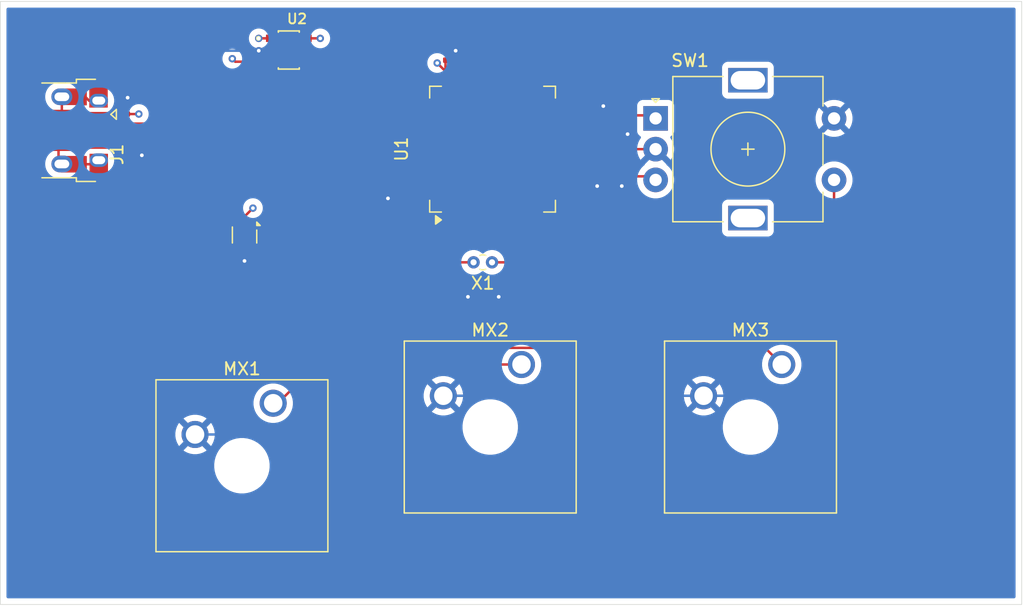
<source format=kicad_pcb>
(kicad_pcb (version 20241229) (generator "pcbnew") (generator_version "9.0")
  (layers (0 "F.Cu" signal) (4 "In1.Cu" signal) (6 "In2.Cu" signal) (2 "B.Cu" signal) (13 "F.Paste" user) (15 "B.Paste" user) (5 "F.SilkS" user "F.Silkscreen") (7 "B.SilkS" user "B.Silkscreen") (1 "F.Mask" user) (3 "B.Mask" user) (25 "Edge.Cuts" user))
  (net 0 "")
  (net 1 "VDD")
  (net 2 "GND")
  (net 3 "Net-(C2-Pad2)")
  (net 4 "Net-(C4-Pad2)")
  (net 5 "Net-(U1-PH0)")
  (net 6 "Net-(U1-PH1)")
  (net 7 "Net-(U1-PB0)")
  (net 8 "Net-(U1-PA4)")
  (net 9 "unconnected-(J1-Shield-Pad6)")
  (net 11 "Net-(MX1-COL)")
  (net 12 "Net-(MX2-COL)")
  (net 13 "Net-(MX3-COL)")
  (net 14 "Net-(U1-PC10)")
  (net 15 "Net-(U1-PC11)")
  (net 31 "Net-(U1-VSS-Pad18)")
  (net 65 "Net-(U1-PA3)")
  (net 66 "Net-(C5-Pad2)")
  (net 67 "/D+")
  (net 68 "/D-")
  (footprint "Capacitor_SMD:C_0201_0603Metric" (layer "F.Cu") (at 110.346051 64.827786 -90)
    (property "Reference" "C1" (hide yes))
    (property "Value" "C" (hide yes))
    (pad "1" smd roundrect (at -0.32 0 270) (size 0.46 0.4) (layers "F.Cu" "F.Mask") (net 2 "GND"))
    (pad "2" smd roundrect (at 0.32 0 270) (size 0.46 0.4) (layers "F.Cu" "F.Mask") (net 1 "VDD"))
  )
  (footprint "Capacitor_SMD:C_0201_0603Metric" (layer "F.Cu") (at 132.497 71.75)
    (property "Reference" "C2" (hide yes))
    (property "Value" "0.1 µF (each)" (hide yes))
    (pad "1" smd roundrect (at -0.32 0) (size 0.46 0.4) (layers "F.Cu" "F.Mask") (net 2 "GND"))
    (pad "2" smd roundrect (at 0.32 0) (size 0.46 0.4) (layers "F.Cu" "F.Mask") (net 3 "Net-(C2-Pad2)"))
  )
  (footprint "Package_TO_SOT_SMD:SOT-666" (layer "F.Cu") (at 119.8475 74.975 -90)
    (property "Reference" "U3" (hide yes))
    (property "Value" "USBLC6-2P6" (hide yes))
    (fp_line (start 0.65 0.99) (end -0.65 0.99) (stroke (width 0.12)) (layer "F.SilkS"))
    (fp_line (start 0.65 -0.99) (end -0.4 -0.99) (stroke (width 0.12)) (layer "F.SilkS"))
    (fp_poly (pts (xy -0.77 -0.99) (xy -1.05 -0.99) (xy -0.77 -1.27) (xy -0.77 -0.99)) (stroke (width 0.12)) (fill yes) (layer "F.SilkS"))
    (pad "1" smd roundrect (at -0.85 -0.5375 270) (size 0.5 0.375) (layers "F.Cu" "F.Mask" "F.Paste") (net 15 "Net-(U1-PC11)"))
    (pad "2" smd roundrect (at -0.925 0 270) (size 0.65 0.3) (layers "F.Cu" "F.Mask" "F.Paste") (net 1 "VDD"))
    (pad "3" smd roundrect (at -0.85 0.5375 270) (size 0.5 0.375) (layers "F.Cu" "F.Mask" "F.Paste") (net 15 "Net-(U1-PC11)"))
    (pad "4" smd roundrect (at 0.85 0.5375 270) (size 0.5 0.375) (layers "F.Cu" "F.Mask" "F.Paste") (net 14 "Net-(U1-PC10)"))
    (pad "5" smd roundrect (at 0.925 0 270) (size 0.65 0.3) (layers "F.Cu" "F.Mask" "F.Paste") (net 2 "GND"))
    (pad "6" smd roundrect (at 0.85 -0.5375 270) (size 0.5 0.375) (layers "F.Cu" "F.Mask" "F.Paste") (net 14 "Net-(U1-PC10)"))
  )
  (footprint "Capacitor_SMD:C_0201_0603Metric" (layer "F.Cu") (at 147.5 71 180)
    (property "Reference" "C5" (hide yes))
    (property "Value" "~" (hide yes))
    (pad "1" smd roundrect (at -0.32 0 180) (size 0.46 0.4) (layers "F.Cu" "F.Mask") (net 2 "GND"))
    (pad "2" smd roundrect (at 0.32 0 180) (size 0.46 0.4) (layers "F.Cu" "F.Mask") (net 66 "Net-(C5-Pad2)"))
  )
  (footprint "Capacitor_SMD:C_0201_0603Metric" (layer "F.Cu") (at 151.098 70.528 -90)
    (property "Reference" "C9" (hide yes))
    (property "Value" "C" (hide yes))
    (pad "1" smd roundrect (at -0.32 0 270) (size 0.46 0.4) (layers "F.Cu" "F.Mask") (net 8 "Net-(U1-PA4)"))
    (pad "2" smd roundrect (at 0.32 0 270) (size 0.46 0.4) (layers "F.Cu" "F.Mask") (net 2 "GND"))
  )
  (footprint "Capacitor_SMD:C_0201_0603Metric" (layer "F.Cu") (at 147.447 64.262 180)
    (property "Reference" "C4" (hide yes))
    (property "Value" "~" (hide yes))
    (pad "1" smd roundrect (at -0.32 0 180) (size 0.46 0.4) (layers "F.Cu" "F.Mask") (net 2 "GND"))
    (pad "2" smd roundrect (at 0.32 0 180) (size 0.46 0.4) (layers "F.Cu" "F.Mask") (net 4 "Net-(C4-Pad2)"))
  )
  (footprint "Capacitor_SMD:C_0201_0603Metric" (layer "F.Cu") (at 150.971 65.575 90)
    (property "Reference" "C8" (hide yes))
    (property "Value" "0.1 µF" (hide yes))
    (pad "1" smd roundrect (at -0.32 0 90) (size 0.46 0.4) (layers "F.Cu" "F.Mask") (net 2 "GND"))
    (pad "2" smd roundrect (at 0.32 0 90) (size 0.46 0.4) (layers "F.Cu" "F.Mask") (net 7 "Net-(U1-PB0)"))
  )
  (footprint "RotaryEncoder:RotaryEncoder_Alps_EC11E-Switch_Vertical_H20mm" (layer "F.Cu") (at 153.25 65.5)
    (property "Reference" "SW1" (at 2.8 -4.7 0) (layer "F.SilkS"))
    (property "Value" "RotaryEncoder_Switch")
    (fp_line (start -0.3 -1.6) (end 0.3 -1.6) (stroke (width 0.12)) (layer "F.SilkS"))
    (fp_line (start 0 -1.3) (end -0.3 -1.6) (stroke (width 0.12)) (layer "F.SilkS"))
    (fp_line (start 0.3 -1.6) (end 0 -1.3) (stroke (width 0.12)) (layer "F.SilkS"))
    (fp_line (start 1.4 -3.4) (end 1.4 8.4) (stroke (width 0.12)) (layer "F.SilkS"))
    (fp_line (start 5.5 -3.4) (end 1.4 -3.4) (stroke (width 0.12)) (layer "F.SilkS"))
    (fp_line (start 5.5 8.4) (end 1.4 8.4) (stroke (width 0.12)) (layer "F.SilkS"))
    (fp_line (start 7 2.5) (end 8 2.5) (stroke (width 0.12)) (layer "F.SilkS"))
    (fp_line (start 7.5 2) (end 7.5 3) (stroke (width 0.12)) (layer "F.SilkS"))
    (fp_line (start 9.5 -3.4) (end 13.6 -3.4) (stroke (width 0.12)) (layer "F.SilkS"))
    (fp_line (start 13.6 -3.4) (end 13.6 -1) (stroke (width 0.12)) (layer "F.SilkS"))
    (fp_line (start 13.6 1.2) (end 13.6 3.8) (stroke (width 0.12)) (layer "F.SilkS"))
    (fp_line (start 13.6 6) (end 13.6 8.4) (stroke (width 0.12)) (layer "F.SilkS"))
    (fp_line (start 13.6 8.4) (end 9.5 8.4) (stroke (width 0.12)) (layer "F.SilkS"))
    (fp_circle (center 7.5 2.5) (end 10.5 2.5) (stroke (width 0.12)) (fill no) (layer "F.SilkS"))
    (pad "A" thru_hole rect (at 0 0) (size 2 2) (drill 1) (layers "*.Cu" "*.Mask") (net 7 "Net-(U1-PB0)"))
    (pad "B" thru_hole circle (at 0 5) (size 2 2) (drill 1) (layers "*.Cu" "*.Mask") (net 8 "Net-(U1-PA4)"))
    (pad "C" thru_hole circle (at 0 2.5) (size 2 2) (drill 1) (layers "*.Cu" "*.Mask") (net 2 "GND"))
    (pad "MP" thru_hole rect (at 7.5 -3.1) (size 3.2 2) (drill oval 2.8 1.5) (layers "*.Cu" "*.Mask"))
    (pad "MP" thru_hole rect (at 7.5 8.1) (size 3.2 2) (drill oval 2.8 1.5) (layers "*.Cu" "*.Mask"))
    (pad "S1" thru_hole circle (at 14.5 5) (size 2 2) (drill 1) (layers "*.Cu" "*.Mask") (net 65 "Net-(U1-PA3)"))
    (pad "S2" thru_hole circle (at 14.5 0) (size 2 2) (drill 1) (layers "*.Cu" "*.Mask") (net 2 "GND"))
  )
  (footprint "Capacitor_SMD:C_0201_0603Metric" (layer "F.Cu") (at 141.52 80.25)
    (property "Reference" "C7" (hide yes))
    (property "Value" "20 pF" (hide yes))
    (pad "1" smd roundrect (at -0.32 0) (size 0.46 0.4) (layers "F.Cu" "F.Mask") (net 2 "GND"))
    (pad "2" smd roundrect (at 0.32 0) (size 0.46 0.4) (layers "F.Cu" "F.Mask") (net 6 "Net-(U1-PH1)"))
  )
  (footprint "Resistor_SMD:R_0201_0603Metric" (layer "F.Cu") (at 115.329432 66.642254)
    (property "Reference" "R1" (hide yes))
    (property "Value" "220 Ω" (hide yes))
    (pad "1" smd roundrect (at -0.32 0) (size 0.46 0.4) (layers "F.Cu" "F.Mask") (net 67 "/D+"))
    (pad "2" smd roundrect (at 0.32 0) (size 0.46 0.4) (layers "F.Cu" "F.Mask") (net 15 "Net-(U1-PC11)"))
  )
  (footprint "Button_Switch_Keyboard:SW_Cherry_MX_1.75u_Plate" (layer "F.Cu") (at 142.35 85.5)
    (property "Reference" "MX2" (at -2.54 -2.794 0) (layer "F.SilkS"))
    (property "Value" "MX-NoLED")
    (fp_line (start -9.525 -1.905) (end 4.445 -1.905) (stroke (width 0.12)) (layer "F.SilkS"))
    (fp_line (start -9.525 12.065) (end -9.525 -1.905) (stroke (width 0.12)) (layer "F.SilkS"))
    (fp_line (start 4.445 -1.905) (end 4.445 12.065) (stroke (width 0.12)) (layer "F.SilkS"))
    (fp_line (start 4.445 12.065) (end -9.525 12.065) (stroke (width 0.12)) (layer "F.SilkS"))
    (pad "" np_thru_hole circle (at -2.54 5.08) (size 4 4) (drill 4) (layers "*.Cu" "*.Mask"))
    (pad "1" thru_hole circle (at 0 0) (size 2.2 2.2) (drill 1.5) (layers "*.Cu" "*.Mask") (net 12 "Net-(MX2-COL)"))
    (pad "2" thru_hole circle (at -6.35 2.54) (size 2.2 2.2) (drill 1.5) (layers "*.Cu" "*.Mask") (net 2 "GND"))
  )
  (footprint "Button_Switch_Keyboard:SW_Cherry_MX_1.75u_Plate" (layer "F.Cu") (at 122.174 88.646)
    (property "Reference" "MX1" (at -2.54 -2.794 0) (layer "F.SilkS"))
    (property "Value" "MX-NoLED")
    (fp_line (start -9.525 -1.905) (end 4.445 -1.905) (stroke (width 0.12)) (layer "F.SilkS"))
    (fp_line (start -9.525 12.065) (end -9.525 -1.905) (stroke (width 0.12)) (layer "F.SilkS"))
    (fp_line (start 4.445 -1.905) (end 4.445 12.065) (stroke (width 0.12)) (layer "F.SilkS"))
    (fp_line (start 4.445 12.065) (end -9.525 12.065) (stroke (width 0.12)) (layer "F.SilkS"))
    (pad "" np_thru_hole circle (at -2.54 5.08) (size 4 4) (drill 4) (layers "*.Cu" "*.Mask"))
    (pad "1" thru_hole circle (at 0 0) (size 2.2 2.2) (drill 1.5) (layers "*.Cu" "*.Mask") (net 11 "Net-(MX1-COL)"))
    (pad "2" thru_hole circle (at -6.35 2.54) (size 2.2 2.2) (drill 1.5) (layers "*.Cu" "*.Mask") (net 2 "GND"))
  )
  (footprint "Connector_USB:USB_Micro-B_Amphenol_10103594-0001LF_Horizontal" (layer "F.Cu") (at 106.115 66.5 -90)
    (property "Reference" "J1" (at 1.925 -3.365 90) (layer "F.SilkS"))
    (property "Value" "USB_B_Micro")
    (fp_line (start -3.875 2.735) (end -3.875 -0.065) (stroke (width 0.12)) (layer "F.SilkS"))
    (fp_line (start 3.825 2.735) (end 3.825 -0.065) (stroke (width 0.12)) (layer "F.SilkS"))
    (fp_line (start -4.175 -0.065) (end -3.875 -0.065) (stroke (width 0.12)) (layer "F.SilkS"))
    (fp_line (start -4.175 -0.065) (end -4.175 -1.615) (stroke (width 0.12)) (layer "F.SilkS"))
    (fp_line (start 3.825 -0.065) (end 4.125 -0.065) (stroke (width 0.12)) (layer "F.SilkS"))
    (fp_line (start 4.125 -0.065) (end 4.125 -1.615) (stroke (width 0.12)) (layer "F.SilkS"))
    (fp_line (start -1.325 -2.865) (end -1.725 -3.315) (stroke (width 0.12)) (layer "F.SilkS"))
    (fp_line (start -1.725 -3.315) (end -0.925 -3.315) (stroke (width 0.12)) (layer "F.SilkS"))
    (fp_line (start -0.925 -3.315) (end -1.325 -2.865) (stroke (width 0.12)) (layer "F.SilkS"))
    (pad "1" smd rect (at -1.325 -1.765) (size 1.65 0.4) (layers "F.Cu" "F.Mask" "F.Paste") (net 1 "VDD"))
    (pad "2" smd rect (at -0.675 -1.765) (size 1.65 0.4) (layers "F.Cu" "F.Mask" "F.Paste") (net 68 "/D-"))
    (pad "3" smd rect (at -0.025 -1.765) (size 1.65 0.4) (layers "F.Cu" "F.Mask" "F.Paste") (net 67 "/D+"))
    (pad "4" smd rect (at 0.625 -1.765) (size 1.65 0.4) (layers "F.Cu" "F.Mask" "F.Paste"))
    (pad "5" smd rect (at 1.275 -1.765) (size 1.65 0.4) (layers "F.Cu" "F.Mask" "F.Paste") (net 2 "GND"))
    (pad "6" smd rect (at -2.975 -0.565 270) (size 1.825 0.7) (layers "F.Cu" "F.Mask" "F.Paste") (net 9 "unconnected-(J1-Shield-Pad6)"))
    (pad "6" smd rect (at -2.875 -1.865 270) (size 2 1.5) (layers "F.Cu" "F.Mask" "F.Paste") (net 9 "unconnected-(J1-Shield-Pad6)"))
    (pad "6" smd rect (at -2.755 0.185 270) (size 1.35 2) (layers "F.Cu" "F.Mask" "F.Paste") (net 9 "unconnected-(J1-Shield-Pad6)"))
    (pad "6" thru_hole oval (at -2.755 1.115) (size 1.7 1.35) (drill oval 1.2 0.7) (property pad_prop_heatsink) (layers "*.Cu" "*.Mask") (net 9 "unconnected-(J1-Shield-Pad6)"))
    (pad "6" thru_hole oval (at -2.445 -1.885) (size 1.5 1.1) (drill oval 1.05 0.65) (property pad_prop_heatsink) (layers "*.Cu" "*.Mask") (net 9 "unconnected-(J1-Shield-Pad6)"))
    (pad "6" smd rect (at -0.985 1.385) (size 2.5 1.43) (layers "F.Cu" "F.Mask" "F.Paste") (net 9 "unconnected-(J1-Shield-Pad6)"))
    (pad "6" smd rect (at 0.935 1.385) (size 2.5 1.43) (layers "F.Cu" "F.Mask" "F.Paste") (net 9 "unconnected-(J1-Shield-Pad6)"))
    (pad "6" thru_hole oval (at 2.395 -1.885) (size 1.5 1.1) (drill oval 1.05 0.65) (property pad_prop_heatsink) (layers "*.Cu" "*.Mask") (net 9 "unconnected-(J1-Shield-Pad6)"))
    (pad "6" thru_hole oval (at 2.705 1.115) (size 1.7 1.35) (drill oval 1.2 0.7) (property pad_prop_heatsink) (layers "*.Cu" "*.Mask") (net 9 "unconnected-(J1-Shield-Pad6)"))
    (pad "6" smd rect (at 2.725 0.185 270) (size 1.35 2) (layers "F.Cu" "F.Mask" "F.Paste") (net 9 "unconnected-(J1-Shield-Pad6)"))
    (pad "6" smd rect (at 2.875 -1.885 270) (size 2 1.5) (layers "F.Cu" "F.Mask" "F.Paste") (net 9 "unconnected-(J1-Shield-Pad6)"))
    (pad "6" smd rect (at 2.975 -0.565 270) (size 1.825 0.7) (layers "F.Cu" "F.Mask" "F.Paste") (net 9 "unconnected-(J1-Shield-Pad6)"))
  )
  (footprint "Button_Switch_Keyboard:SW_Cherry_MX_1.75u_Plate" (layer "F.Cu") (at 163.5 85.5)
    (property "Reference" "MX3" (at -2.54 -2.794 0) (layer "F.SilkS"))
    (property "Value" "MX-NoLED")
    (fp_line (start -9.525 -1.905) (end 4.445 -1.905) (stroke (width 0.12)) (layer "F.SilkS"))
    (fp_line (start -9.525 12.065) (end -9.525 -1.905) (stroke (width 0.12)) (layer "F.SilkS"))
    (fp_line (start 4.445 -1.905) (end 4.445 12.065) (stroke (width 0.12)) (layer "F.SilkS"))
    (fp_line (start 4.445 12.065) (end -9.525 12.065) (stroke (width 0.12)) (layer "F.SilkS"))
    (pad "" np_thru_hole circle (at -2.54 5.08) (size 4 4) (drill 4) (layers "*.Cu" "*.Mask"))
    (pad "1" thru_hole circle (at 0 0) (size 2.2 2.2) (drill 1.5) (layers "*.Cu" "*.Mask") (net 13 "Net-(MX3-COL)"))
    (pad "2" thru_hole circle (at -6.35 2.54) (size 2.2 2.2) (drill 1.5) (layers "*.Cu" "*.Mask") (net 2 "GND"))
  )
  (footprint "AP2112K-3.3TRG1:SOT95P285X140-5N" (layer "F.Cu") (at 123.444 59.944)
    (property "Reference" "U2" (at 0.66442 -2.53029 0) (layer "F.SilkS") (effects (font (size 0.80263 0.80263))))
    (property "Value" "AP2112K-3.3TRG1")
    (fp_line (start -0.85 -1.55) (end -0.85 -1.45) (stroke (width 0.127)) (layer "F.SilkS"))
    (fp_line (start -0.85 1.55) (end -0.85 1.45) (stroke (width 0.127)) (layer "F.SilkS"))
    (fp_line (start 0.85 -1.55) (end -0.85 -1.55) (stroke (width 0.127)) (layer "F.SilkS"))
    (fp_line (start 0.85 -1.55) (end 0.85 -1.45) (stroke (width 0.127)) (layer "F.SilkS"))
    (fp_line (start 0.85 1.55) (end -0.85 1.55) (stroke (width 0.127)) (layer "F.SilkS"))
    (fp_line (start 0.85 1.55) (end 0.85 1.45) (stroke (width 0.127)) (layer "F.SilkS"))
    (fp_circle (center -2.469 -0.95) (end -2.369 -0.95) (stroke (width 0.2)) (fill no) (layer "F.SilkS"))
    (pad "1" smd roundrect (at -1.185 -0.95) (size 1.35 0.6) (layers "F.Cu" "F.Mask" "F.Paste") (roundrect_rratio 0.075) (net 1 "VDD"))
    (pad "2" smd roundrect (at -1.185 0) (size 1.35 0.6) (layers "F.Cu" "F.Mask" "F.Paste") (roundrect_rratio 0.075) (net 2 "GND"))
    (pad "3" smd roundrect (at -1.185 0.95) (size 1.35 0.6) (layers "F.Cu" "F.Mask" "F.Paste") (roundrect_rratio 0.075) (net 1 "VDD"))
    (pad "4" smd roundrect (at 1.185 0.95) (size 1.35 0.6) (layers "F.Cu" "F.Mask" "F.Paste") (roundrect_rratio 0.075))
    (pad "5" smd roundrect (at 1.185 -0.95) (size 1.35 0.6) (layers "F.Cu" "F.Mask" "F.Paste") (roundrect_rratio 0.075) (net 1 "VDD"))
  )
  (footprint "Capacitor_SMD:C_0201_0603Metric" (layer "F.Cu") (at 136.175 60.452 -90)
    (property "Reference" "C3" (hide yes))
    (property "Value" "~" (hide yes))
    (pad "1" smd roundrect (at -0.32 0 270) (size 0.46 0.4) (layers "F.Cu" "F.Mask") (net 2 "GND"))
    (pad "2" smd roundrect (at 0.32 0 270) (size 0.46 0.4) (layers "F.Cu" "F.Mask") (net 1 "VDD"))
  )
  (footprint "Resistor_SMD:R_0201_0603Metric" (layer "F.Cu") (at 115.340974 65.615587)
    (property "Reference" "R2" (hide yes))
    (property "Value" "220 Ω" (hide yes))
    (pad "1" smd roundrect (at -0.32 0) (size 0.46 0.4) (layers "F.Cu" "F.Mask") (net 68 "/D-"))
    (pad "2" smd roundrect (at 0.32 0) (size 0.46 0.4) (layers "F.Cu" "F.Mask") (net 14 "Net-(U1-PC10)"))
  )
  (footprint "Crystal:Crystal_DS10_D1.0mm_L4.3mm_Vertical" (layer "F.Cu") (at 139.955653 77.196772 180)
    (property "Reference" "X1" (at 0.75 -1.7 180) (layer "F.SilkS"))
    (property "Value" "8 MHz")
    (fp_arc (start 0.988 0.562) (mid 0.75 0.61) (end 0.512 0.562) (stroke (width 0.12)) (layer "F.SilkS"))
    (fp_arc (start 0.512 -0.562) (mid 0.75 -0.61) (end 0.988 -0.562) (stroke (width 0.12)) (layer "F.SilkS"))
    (pad "1" thru_hole circle (at 0 0 180) (size 1 1) (drill 0.5) (layers "*.Cu" "*.Mask") (net 6 "Net-(U1-PH1)"))
    (pad "2" thru_hole circle (at 1.5 0 180) (size 1 1) (drill 0.5) (layers "*.Cu" "*.Mask") (net 5 "Net-(U1-PH0)"))
  )
  (footprint "Package_QFP:LQFP-64_10x10mm_P0.5mm" (layer "F.Cu") (at 140 68 90)
    (property "Reference" "U1" (at 0 -7.4 90) (layer "F.SilkS"))
    (property "Value" "STM32F205RBTx")
    (fp_line (start 5.11 -5.11) (end 5.11 -4.16) (stroke (width 0.12)) (layer "F.SilkS"))
    (fp_line (start 4.16 -5.11) (end 5.11 -5.11) (stroke (width 0.12)) (layer "F.SilkS"))
    (fp_line (start -5.11 -5.11) (end -4.16 -5.11) (stroke (width 0.12)) (layer "F.SilkS"))
    (fp_line (start -5.11 -4.16) (end -5.11 -5.11) (stroke (width 0.12)) (layer "F.SilkS"))
    (fp_line (start 5.11 4.16) (end 5.11 5.11) (stroke (width 0.12)) (layer "F.SilkS"))
    (fp_line (start 5.11 5.11) (end 4.16 5.11) (stroke (width 0.12)) (layer "F.SilkS"))
    (fp_line (start -4.16 5.11) (end -5.11 5.11) (stroke (width 0.12)) (layer "F.SilkS"))
    (fp_line (start -5.11 5.11) (end -5.11 4.16) (stroke (width 0.12)) (layer "F.SilkS"))
    (fp_poly (pts (xy -5.75 -4.16) (xy -6.09 -4.63) (xy -5.41 -4.63)) (stroke (width 0.12)) (fill yes) (layer "F.SilkS"))
    (pad "1" smd roundrect (at -5.675 -3.75 90) (size 1.55 0.3) (layers "F.Cu" "F.Mask" "F.Paste"))
    (pad "2" smd roundrect (at -5.675 -3.25 90) (size 1.55 0.3) (layers "F.Cu" "F.Mask" "F.Paste") (net 11 "Net-(MX1-COL)"))
    (pad "3" smd roundrect (at -5.675 -2.75 90) (size 1.55 0.3) (layers "F.Cu" "F.Mask" "F.Paste") (net 12 "Net-(MX2-COL)"))
    (pad "4" smd roundrect (at -5.675 -2.25 90) (size 1.55 0.3) (layers "F.Cu" "F.Mask" "F.Paste") (net 13 "Net-(MX3-COL)"))
    (pad "5" smd roundrect (at -5.675 -1.75 90) (size 1.55 0.3) (layers "F.Cu" "F.Mask" "F.Paste") (net 5 "Net-(U1-PH0)"))
    (pad "6" smd roundrect (at -5.675 -1.25 90) (size 1.55 0.3) (layers "F.Cu" "F.Mask" "F.Paste") (net 6 "Net-(U1-PH1)"))
    (pad "7" smd roundrect (at -5.675 -0.75 90) (size 1.55 0.3) (layers "F.Cu" "F.Mask" "F.Paste"))
    (pad "8" smd roundrect (at -5.675 -0.25 90) (size 1.55 0.3) (layers "F.Cu" "F.Mask" "F.Paste"))
    (pad "9" smd roundrect (at -5.675 0.25 90) (size 1.55 0.3) (layers "F.Cu" "F.Mask" "F.Paste"))
    (pad "10" smd roundrect (at -5.675 0.75 90) (size 1.55 0.3) (layers "F.Cu" "F.Mask" "F.Paste"))
    (pad "11" smd roundrect (at -5.675 1.25 90) (size 1.55 0.3) (layers "F.Cu" "F.Mask" "F.Paste"))
    (pad "12" smd roundrect (at -5.675 1.75 90) (size 1.55 0.3) (layers "F.Cu" "F.Mask" "F.Paste"))
    (pad "13" smd roundrect (at -5.675 2.25 90) (size 1.55 0.3) (layers "F.Cu" "F.Mask" "F.Paste"))
    (pad "14" smd roundrect (at -5.675 2.75 90) (size 1.55 0.3) (layers "F.Cu" "F.Mask" "F.Paste"))
    (pad "15" smd roundrect (at -5.675 3.25 90) (size 1.55 0.3) (layers "F.Cu" "F.Mask" "F.Paste"))
    (pad "16" smd roundrect (at -5.675 3.75 90) (size 1.55 0.3) (layers "F.Cu" "F.Mask" "F.Paste"))
    (pad "17" smd roundrect (at -3.75 5.675 90) (size 0.3 1.55) (layers "F.Cu" "F.Mask" "F.Paste") (net 65 "Net-(U1-PA3)"))
    (pad "18" smd roundrect (at -3.25 5.675 90) (size 0.3 1.55) (layers "F.Cu" "F.Mask" "F.Paste") (net 31 "Net-(U1-VSS-Pad18)"))
    (pad "19" smd roundrect (at -2.75 5.675 90) (size 0.3 1.55) (layers "F.Cu" "F.Mask" "F.Paste") (net 66 "Net-(C5-Pad2)"))
    (pad "20" smd roundrect (at -2.25 5.675 90) (size 0.3 1.55) (layers "F.Cu" "F.Mask" "F.Paste") (net 8 "Net-(U1-PA4)"))
    (pad "21" smd roundrect (at -1.75 5.675 90) (size 0.3 1.55) (layers "F.Cu" "F.Mask" "F.Paste"))
    (pad "22" smd roundrect (at -1.25 5.675 90) (size 0.3 1.55) (layers "F.Cu" "F.Mask" "F.Paste"))
    (pad "23" smd roundrect (at -0.75 5.675 90) (size 0.3 1.55) (layers "F.Cu" "F.Mask" "F.Paste"))
    (pad "24" smd roundrect (at -0.25 5.675 90) (size 0.3 1.55) (layers "F.Cu" "F.Mask" "F.Paste"))
    (pad "25" smd roundrect (at 0.25 5.675 90) (size 0.3 1.55) (layers "F.Cu" "F.Mask" "F.Paste"))
    (pad "26" smd roundrect (at 0.75 5.675 90) (size 0.3 1.55) (layers "F.Cu" "F.Mask" "F.Paste") (net 7 "Net-(U1-PB0)"))
    (pad "27" smd roundrect (at 1.25 5.675 90) (size 0.3 1.55) (layers "F.Cu" "F.Mask" "F.Paste"))
    (pad "28" smd roundrect (at 1.75 5.675 90) (size 0.3 1.55) (layers "F.Cu" "F.Mask" "F.Paste"))
    (pad "29" smd roundrect (at 2.25 5.675 90) (size 0.3 1.55) (layers "F.Cu" "F.Mask" "F.Paste"))
    (pad "30" smd roundrect (at 2.75 5.675 90) (size 0.3 1.55) (layers "F.Cu" "F.Mask" "F.Paste"))
    (pad "31" smd roundrect (at 3.25 5.675 90) (size 0.3 1.55) (layers "F.Cu" "F.Mask" "F.Paste"))
    (pad "32" smd roundrect (at 3.75 5.675 90) (size 0.3 1.55) (layers "F.Cu" "F.Mask" "F.Paste") (net 4 "Net-(C4-Pad2)"))
    (pad "33" smd roundrect (at 5.675 3.75 90) (size 1.55 0.3) (layers "F.Cu" "F.Mask" "F.Paste"))
    (pad "34" smd roundrect (at 5.675 3.25 90) (size 1.55 0.3) (layers "F.Cu" "F.Mask" "F.Paste"))
    (pad "35" smd roundrect (at 5.675 2.75 90) (size 1.55 0.3) (layers "F.Cu" "F.Mask" "F.Paste"))
    (pad "36" smd roundrect (at 5.675 2.25 90) (size 1.55 0.3) (layers "F.Cu" "F.Mask" "F.Paste"))
    (pad "37" smd roundrect (at 5.675 1.75 90) (size 1.55 0.3) (layers "F.Cu" "F.Mask" "F.Paste"))
    (pad "38" smd roundrect (at 5.675 1.25 90) (size 1.55 0.3) (layers "F.Cu" "F.Mask" "F.Paste"))
    (pad "39" smd roundrect (at 5.675 0.75 90) (size 1.55 0.3) (layers "F.Cu" "F.Mask" "F.Paste"))
    (pad "40" smd roundrect (at 5.675 0.25 90) (size 1.55 0.3) (layers "F.Cu" "F.Mask" "F.Paste"))
    (pad "41" smd roundrect (at 5.675 -0.25 90) (size 1.55 0.3) (layers "F.Cu" "F.Mask" "F.Paste"))
    (pad "42" smd roundrect (at 5.675 -0.75 90) (size 1.55 0.3) (layers "F.Cu" "F.Mask" "F.Paste"))
    (pad "43" smd roundrect (at 5.675 -1.25 90) (size 1.55 0.3) (layers "F.Cu" "F.Mask" "F.Paste"))
    (pad "44" smd roundrect (at 5.675 -1.75 90) (size 1.55 0.3) (layers "F.Cu" "F.Mask" "F.Paste"))
    (pad "45" smd roundrect (at 5.675 -2.25 90) (size 1.55 0.3) (layers "F.Cu" "F.Mask" "F.Paste"))
    (pad "46" smd roundrect (at 5.675 -2.75 90) (size 1.55 0.3) (layers "F.Cu" "F.Mask" "F.Paste"))
    (pad "47" smd roundrect (at 5.675 -3.25 90) (size 1.55 0.3) (layers "F.Cu" "F.Mask" "F.Paste"))
    (pad "48" smd roundrect (at 5.675 -3.75 90) (size 1.55 0.3) (layers "F.Cu" "F.Mask" "F.Paste") (net 1 "VDD"))
    (pad "49" smd roundrect (at 3.75 -5.675 90) (size 0.3 1.55) (layers "F.Cu" "F.Mask" "F.Paste"))
    (pad "50" smd roundrect (at 3.25 -5.675 90) (size 0.3 1.55) (layers "F.Cu" "F.Mask" "F.Paste"))
    (pad "51" smd roundrect (at 2.75 -5.675 90) (size 0.3 1.55) (layers "F.Cu" "F.Mask" "F.Paste") (net 14 "Net-(U1-PC10)"))
    (pad "52" smd roundrect (at 2.25 -5.675 90) (size 0.3 1.55) (layers "F.Cu" "F.Mask" "F.Paste") (net 15 "Net-(U1-PC11)"))
    (pad "53" smd roundrect (at 1.75 -5.675 90) (size 0.3 1.55) (layers "F.Cu" "F.Mask" "F.Paste"))
    (pad "54" smd roundrect (at 1.25 -5.675 90) (size 0.3 1.55) (layers "F.Cu" "F.Mask" "F.Paste"))
    (pad "55" smd roundrect (at 0.75 -5.675 90) (size 0.3 1.55) (layers "F.Cu" "F.Mask" "F.Paste"))
    (pad "56" smd roundrect (at 0.25 -5.675 90) (size 0.3 1.55) (layers "F.Cu" "F.Mask" "F.Paste"))
    (pad "57" smd roundrect (at -0.25 -5.675 90) (size 0.3 1.55) (layers "F.Cu" "F.Mask" "F.Paste"))
    (pad "58" smd roundrect (at -0.75 -5.675 90) (size 0.3 1.55) (layers "F.Cu" "F.Mask" "F.Paste"))
    (pad "59" smd roundrect (at -1.25 -5.675 90) (size 0.3 1.55) (layers "F.Cu" "F.Mask" "F.Paste"))
    (pad "60" smd roundrect (at -1.75 -5.675 90) (size 0.3 1.55) (layers "F.Cu" "F.Mask" "F.Paste"))
    (pad "61" smd roundrect (at -2.25 -5.675 90) (size 0.3 1.55) (layers "F.Cu" "F.Mask" "F.Paste"))
    (pad "62" smd roundrect (at -2.75 -5.675 90) (size 0.3 1.55) (layers "F.Cu" "F.Mask" "F.Paste"))
    (pad "63" smd roundrect (at -3.25 -5.675 90) (size 0.3 1.55) (layers "F.Cu" "F.Mask" "F.Paste") (net 31 "Net-(U1-VSS-Pad18)"))
    (pad "64" smd roundrect (at -3.75 -5.675 90) (size 0.3 1.55) (layers "F.Cu" "F.Mask" "F.Paste") (net 3 "Net-(C2-Pad2)"))
  )
  (footprint "Capacitor_SMD:C_0201_0603Metric" (layer "F.Cu") (at 136.855 80.25)
    (property "Reference" "C6" (hide yes))
    (property "Value" "20 pF" (hide yes))
    (pad "1" smd roundrect (at -0.32 0) (size 0.46 0.4) (layers "F.Cu" "F.Mask") (net 5 "Net-(U1-PH0)"))
    (pad "2" smd roundrect (at 0.32 0) (size 0.46 0.4) (layers "F.Cu" "F.Mask") (net 2 "GND"))
  )
  (gr_rect (start 100 56) (end 183 105) (stroke (width 0.05)) (fill no) (layer "Edge.Cuts"))
  (segment (start 110.346051 65.147786) (end 111.252773 65.147786) (width 0.2) (layer "F.Cu") (net 1))
  (segment (start 125.994 58.994) (end 126 59) (width 0.2) (layer "F.Cu") (net 1))
  (segment (start 121.006 58.994) (end 121 59) (width 0.2) (layer "F.Cu") (net 1))
  (segment (start 136.175 60.772) (end 136.175 62.25) (width 0.2) (layer "F.Cu") (net 1))
  (segment (start 124.629 58.994) (end 125.994 58.994) (width 0.2) (layer "F.Cu") (net 1))
  (segment (start 136.25 61.75) (end 135.5 61) (width 0.2) (layer "F.Cu") (net 1))
  (segment (start 107.88 65.175) (end 110.318837 65.175) (width 0.2) (layer "F.Cu") (net 1))
  (segment (start 122.259 60.894) (end 119.094 60.894) (width 0.2) (layer "F.Cu") (net 1))
  (segment (start 111.252773 65.147786) (end 111.254561 65.145998) (width 0.2) (layer "F.Cu") (net 1))
  (segment (start 122.259 58.994) (end 121.006 58.994) (width 0.2) (layer "F.Cu") (net 1))
  (segment (start 136.175 62.25) (end 136.25 62.325) (width 0.2) (layer "F.Cu") (net 1))
  (segment (start 119.8475 74.05) (end 119.8475 73.472335) (width 0.2) (layer "F.Cu") (net 1))
  (segment (start 136.25 62.325) (end 136.25 61.75) (width 0.2) (layer "F.Cu") (net 1))
  (segment (start 119.094 60.894) (end 118.85 60.65) (width 0.2) (layer "F.Cu") (net 1))
  (segment (start 110.318837 65.175) (end 110.346051 65.147786) (width 0.2) (layer "F.Cu") (net 1))
  (segment (start 119.8475 73.472335) (end 120.527839 72.791996) (width 0.2) (layer "F.Cu") (net 1))
  (via (at 135.5 61) (size 0.6) (drill 0.3) (layers "F.Cu" "B.Cu") (net 1))
  (via (at 120.527839 72.791996) (size 0.6) (drill 0.3) (layers "F.Cu" "B.Cu") (net 1))
  (via (at 111.254561 65.145998) (size 0.6) (drill 0.3) (layers "F.Cu" "B.Cu") (net 1))
  (via (at 121 59) (size 0.6) (drill 0.3) (layers "F.Cu" "B.Cu") (net 1))
  (via (at 118.85 60.65) (size 0.6) (drill 0.3) (layers "F.Cu" "B.Cu") (net 1))
  (via (at 126 59) (size 0.6) (drill 0.3) (layers "F.Cu" "B.Cu") (net 1))
  (segment (start 119.8475 77.079264) (end 119.842771 77.083993) (width 0.2) (layer "F.Cu") (net 2))
  (segment (start 147.767 64.262) (end 148.762 64.262) (width 0.2) (layer "F.Cu") (net 2))
  (segment (start 150.971 66.775862) (end 150.973795 66.778657) (width 0.2) (layer "F.Cu") (net 2))
  (segment (start 150.652 70.848) (end 150.5 71) (width 0.2) (layer "F.Cu") (net 2))
  (segment (start 119.8475 75.9) (end 119.8475 77.079264) (width 0.2) (layer "F.Cu") (net 2))
  (segment (start 141.2 80.25) (end 140.75 80.25) (width 0.2) (layer "F.Cu") (net 2))
  (segment (start 140.75 80.25) (end 140.5 80) (width 0.2) (layer "F.Cu") (net 2))
  (segment (start 147.82 71) (end 148.5 71) (width 0.2) (layer "F.Cu") (net 2))
  (segment (start 150.973795 67.026205) (end 150.973795 66.778657) (width 0.2) (layer "F.Cu") (net 2))
  (segment (start 151 68) (end 150.5 67.5) (width 0.2) (layer "F.Cu") (net 2))
  (segment (start 137.75 80.25) (end 138 80) (width 0.2) (layer "F.Cu") (net 2))
  (segment (start 107.88 67.775) (end 110.775 67.775) (width 0.2) (layer "F.Cu") (net 2))
  (segment (start 110.775 67.775) (end 111.5 68.5) (width 0.2) (layer "F.Cu") (net 2))
  (segment (start 110.346051 63.817775) (end 110.345377 63.817101) (width 0.2) (layer "F.Cu") (net 2))
  (segment (start 153.25 68) (end 151 68) (width 0.2) (layer "F.Cu") (net 2))
  (segment (start 136.175 60.132) (end 136.868 60.132) (width 0.2) (layer "F.Cu") (net 2))
  (segment (start 110.346051 64.507786) (end 110.346051 63.817775) (width 0.2) (layer "F.Cu") (net 2))
  (segment (start 137.175 80.25) (end 137.75 80.25) (width 0.2) (layer "F.Cu") (net 2))
  (segment (start 150.971 65.895) (end 150.971 66.775862) (width 0.2) (layer "F.Cu") (net 2))
  (segment (start 122.259 59.944) (end 121.056 59.944) (width 0.2) (layer "F.Cu") (net 2))
  (segment (start 151.098 70.848) (end 150.652 70.848) (width 0.2) (layer "F.Cu") (net 2))
  (segment (start 121.056 59.944) (end 121 60) (width 0.2) (layer "F.Cu") (net 2))
  (segment (start 136.868 60.132) (end 137 60) (width 0.2) (layer "F.Cu") (net 2))
  (segment (start 150.5 67.5) (end 150.973795 67.026205) (width 0.2) (layer "F.Cu") (net 2))
  (segment (start 131.75 71.75) (end 131.5 72) (width 0.2) (layer "F.Cu") (net 2))
  (segment (start 148.762 64.262) (end 149 64.5) (width 0.2) (layer "F.Cu") (net 2))
  (segment (start 132.177 71.75) (end 131.75 71.75) (width 0.2) (layer "F.Cu") (net 2))
  (via (at 119.842771 77.083993) (size 0.6) (drill 0.3) (layers "F.Cu" "B.Cu") (net 2))
  (via (at 110.345377 63.817101) (size 0.6) (drill 0.3) (layers "F.Cu" "B.Cu") (net 2))
  (via (at 131.5 72) (size 0.6) (drill 0.3) (layers "F.Cu" "B.Cu") (net 2))
  (via (at 137 60) (size 0.6) (drill 0.3) (layers "F.Cu" "B.Cu") (net 2))
  (via (at 150.5 71) (size 0.6) (drill 0.3) (layers "F.Cu" "B.Cu") (net 2))
  (via (at 121 60) (size 0.6) (drill 0.3) (layers "F.Cu" "B.Cu") (net 2))
  (via (at 140.5 80) (size 0.6) (drill 0.3) (layers "F.Cu" "B.Cu") (net 2))
  (via (at 148.5 71) (size 0.6) (drill 0.3) (layers "F.Cu" "B.Cu") (net 2))
  (via (at 149 64.5) (size 0.6) (drill 0.3) (layers "F.Cu" "B.Cu") (net 2))
  (via (at 150.973795 66.778657) (size 0.6) (drill 0.3) (layers "F.Cu" "B.Cu") (net 2))
  (via (at 111.5 68.5) (size 0.6) (drill 0.3) (layers "F.Cu" "B.Cu") (net 2))
  (via (at 138 80) (size 0.6) (drill 0.3) (layers "F.Cu" "B.Cu") (net 2))
  (segment (start 157.15 88.04) (end 166.46 88.04) (width 0.2) (layer "B.Cu") (net 2))
  (segment (start 148.5 71) (end 148.5 86.04) (width 0.2) (layer "B.Cu") (net 2))
  (segment (start 111.5 80) (end 111.5 86.862) (width 0.2) (layer "B.Cu") (net 2))
  (segment (start 113.5 65) (end 113.5 67.5) (width 0.2) (layer "B.Cu") (net 2))
  (segment (start 132.854 91.186) (end 115.824 91.186) (width 0.2) (layer "B.Cu") (net 2))
  (segment (start 117 80) (end 111.5 80) (width 0.2) (layer "B.Cu") (net 2))
  (segment (start 136 88.04) (end 146.5 88.04) (width 0.2) (layer "B.Cu") (net 2))
  (segment (start 146.5 88.04) (end 152.5 88.04) (width 0.2) (layer "B.Cu") (net 2))
  (segment (start 111.5 68.5) (end 111.5 80) (width 0.2) (layer "B.Cu") (net 2))
  (segment (start 119.842771 77.157229) (end 117 80) (width 0.2) (layer "B.Cu") (net 2))
  (segment (start 170.5 68.25) (end 167.75 65.5) (width 0.2) (layer "B.Cu") (net 2))
  (segment (start 150.5 71) (end 150.5 86.04) (width 0.2) (layer "B.Cu") (net 2))
  (segment (start 166.46 88.04) (end 170.5 84) (width 0.2) (layer "B.Cu") (net 2))
  (segment (start 140.5 80) (end 140.5 83.54) (width 0.2) (layer "B.Cu") (net 2))
  (segment (start 149.847569 65.652431) (end 149.847569 70.347569) (width 0.2) (layer "B.Cu") (net 2))
  (segment (start 137 60) (end 147.5 60) (width 0.2) (layer "B.Cu") (net 2))
  (segment (start 149.847569 65.652431) (end 150.973795 66.778657) (width 0.2) (layer "B.Cu") (net 2))
  (segment (start 139.02 85.02) (end 136 88.04) (width 0.2) (layer "B.Cu") (net 2))
  (segment (start 111.5 86.862) (end 115.824 91.186) (width 0.2) (layer "B.Cu") (net 2))
  (segment (start 121 60) (end 114.162478 60) (width 0.2) (layer "B.Cu") (net 2))
  (segment (start 148.5 86.04) (end 146.5 88.04) (width 0.2) (layer "B.Cu") (net 2))
  (segment (start 149.847569 62.347569) (end 149.847569 65.652431) (width 0.2) (layer "B.Cu") (net 2))
  (segment (start 112.162478 63.662478) (end 113.5 65) (width 0.2) (layer "B.Cu") (net 2))
  (segment (start 131.5 83.54) (end 136 88.04) (width 0.2) (layer "B.Cu") (net 2))
  (segment (start 113.5 67.5) (end 112.5 68.5) (width 0.2) (layer "B.Cu") (net 2))
  (segment (start 110.345377 63.817101) (end 110.5 63.662478) (width 0.2) (layer "B.Cu") (net 2))
  (segment (start 149.847569 70.347569) (end 150.5 71) (width 0.2) (layer "B.Cu") (net 2))
  (segment (start 110.5 63.662478) (end 112.162478 63.662478) (width 0.2) (layer "B.Cu") (net 2))
  (segment (start 152.5 88.04) (end 157.15 88.04) (width 0.2) (layer "B.Cu") (net 2))
  (segment (start 119.842771 77.083993) (end 119.842771 77.157229) (width 0.2) (layer "B.Cu") (net 2))
  (segment (start 136 88.04) (end 132.854 91.186) (width 0.2) (layer "B.Cu") (net 2))
  (segment (start 147.5 60) (end 149.847569 62.347569) (width 0.2) (layer "B.Cu") (net 2))
  (segment (start 170.5 84) (end 170.5 68.25) (width 0.2) (layer "B.Cu") (net 2))
  (segment (start 131.5 72) (end 131.5 83.54) (width 0.2) (layer "B.Cu") (net 2))
  (segment (start 140.5 83.54) (end 139.02 85.02) (width 0.2) (layer "B.Cu") (net 2))
  (segment (start 150.5 86.04) (end 152.5 88.04) (width 0.2) (layer "B.Cu") (net 2))
  (segment (start 149 64.804862) (end 149.847569 65.652431) (width 0.2) (layer "B.Cu") (net 2))
  (segment (start 149 64.5) (end 149 64.804862) (width 0.2) (layer "B.Cu") (net 2))
  (segment (start 112.5 68.5) (end 111.5 68.5) (width 0.2) (layer "B.Cu") (net 2))
  (segment (start 114.162478 60) (end 110.345377 63.817101) (width 0.2) (layer "B.Cu") (net 2))
  (segment (start 138 84) (end 139.02 85.02) (width 0.2) (layer "B.Cu") (net 2))
  (segment (start 138 80) (end 138 84) (width 0.2) (layer "B.Cu") (net 2))
  (segment (start 132.817 71.75) (end 134.325 71.75) (width 0.2) (layer "F.Cu") (net 3))
  (segment (start 145.687 64.262) (end 145.675 64.25) (width 0.2) (layer "F.Cu") (net 4))
  (segment (start 147.127 64.262) (end 145.687 64.262) (width 0.2) (layer "F.Cu") (net 4))
  (segment (start 136.731772 77.196772) (end 136.535 77) (width 0.2) (layer "F.Cu") (net 5))
  (segment (start 138.455653 77.196772) (end 136.731772 77.196772) (width 0.2) (layer "F.Cu") (net 5))
  (segment (start 136.535 77) (end 136.535 76.965) (width 0.2) (layer "F.Cu") (net 5))
  (segment (start 138.25 75.25) (end 138.25 73.675) (width 0.2) (layer "F.Cu") (net 5))
  (segment (start 136.535 80.25) (end 136.535 77) (width 0.2) (layer "F.Cu") (net 5))
  (segment (start 136.535 76.965) (end 138.25 75.25) (width 0.2) (layer "F.Cu") (net 5))
  (segment (start 141.84 80.25) (end 141.84 76.84) (width 0.2) (layer "F.Cu") (net 6))
  (segment (start 139.800001 75.5) (end 138.75 74.449999) (width 0.2) (layer "F.Cu") (net 6))
  (segment (start 139.955653 77.196772) (end 141.483228 77.196772) (width 0.2) (layer "F.Cu") (net 6))
  (segment (start 138.75 74.449999) (end 138.75 73.675) (width 0.2) (layer "F.Cu") (net 6))
  (segment (start 141.84 76.84) (end 140.5 75.5) (width 0.2) (layer "F.Cu") (net 6))
  (segment (start 140.5 75.5) (end 139.800001 75.5) (width 0.2) (layer "F.Cu") (net 6))
  (segment (start 141.483228 77.196772) (end 141.84 76.84) (width 0.2) (layer "F.Cu") (net 6))
  (segment (start 150.971 65.255) (end 148.745 65.255) (width 0.2) (layer "F.Cu") (net 7))
  (segment (start 153.005 65.255) (end 150.971 65.255) (width 0.2) (layer "F.Cu") (net 7))
  (segment (start 148.745 65.255) (end 146.75 67.25) (width 0.2) (layer "F.Cu") (net 7))
  (segment (start 153.25 65.5) (end 153.005 65.255) (width 0.2) (layer "F.Cu") (net 7))
  (segment (start 146.75 67.25) (end 145.675 67.25) (width 0.2) (layer "F.Cu") (net 7))
  (segment (start 152.958 70.208) (end 151.098 70.208) (width 0.2) (layer "F.Cu") (net 8))
  (segment (start 150.708 70.208) (end 150.666 70.25) (width 0.2) (layer "F.Cu") (net 8))
  (segment (start 151.098 70.208) (end 150.708 70.208) (width 0.2) (layer "F.Cu") (net 8))
  (segment (start 150.666 70.25) (end 145.675 70.25) (width 0.2) (layer "F.Cu") (net 8))
  (segment (start 153.25 70.5) (end 152.958 70.208) (width 0.2) (layer "F.Cu") (net 8))
  (segment (start 105.93 69.225) (end 107.85 69.225) (width 0.2) (layer "F.Cu") (net 9))
  (segment (start 107.21 64.055) (end 106.68 63.525) (width 0.2) (layer "F.Cu") (net 9))
  (segment (start 108 64.055) (end 108 63.645) (width 0.2) (layer "F.Cu") (net 9))
  (segment (start 105 65.245) (end 104.73 65.515) (width 0.2) (layer "F.Cu") (net 9))
  (segment (start 104.73 67.435) (end 104.73 68.935) (width 0.2) (layer "F.Cu") (net 9))
  (segment (start 107.85 69.225) (end 108 69.375) (width 0.2) (layer "F.Cu") (net 9))
  (segment (start 104.73 68.935) (end 105 69.205) (width 0.2) (layer "F.Cu") (net 9))
  (segment (start 104.73 65.515) (end 104.73 67.435) (width 0.2) (layer "F.Cu") (net 9))
  (segment (start 105 63.745) (end 105 65.245) (width 0.2) (layer "F.Cu") (net 9))
  (segment (start 108 63.645) (end 107.98 63.625) (width 0.2) (layer "F.Cu") (net 9))
  (segment (start 108 64.055) (end 107.21 64.055) (width 0.2) (layer "F.Cu") (net 9))
  (segment (start 122.553999 88.646) (end 136.75 74.449999) (width 0.2) (layer "F.Cu") (net 11))
  (segment (start 122.174 88.646) (end 122.553999 88.646) (width 0.2) (layer "F.Cu") (net 11))
  (segment (start 136.75 74.449999) (end 136.75 73.675) (width 0.2) (layer "F.Cu") (net 11))
  (segment (start 138.5 85.5) (end 133 80) (width 0.2) (layer "F.Cu") (net 12))
  (segment (start 137.25 74.449999) (end 137.25 73.675) (width 0.2) (layer "F.Cu") (net 12))
  (segment (start 133 78.699999) (end 137.25 74.449999) (width 0.2) (layer "F.Cu") (net 12))
  (segment (start 133 80) (end 133 78.699999) (width 0.2) (layer "F.Cu") (net 12))
  (segment (start 142.35 85.5) (end 138.5 85.5) (width 0.2) (layer "F.Cu") (net 12))
  (segment (start 139.70484 84.149) (end 136.054 80.49816) (width 0.2) (layer "F.Cu") (net 13))
  (segment (start 137.75 74.449999) (end 137.75 73.675) (width 0.2) (layer "F.Cu") (net 13))
  (segment (start 163.5 85.5) (end 162.149 84.149) (width 0.2) (layer "F.Cu") (net 13))
  (segment (start 136.054 80.49816) (end 136.054 76.145999) (width 0.2) (layer "F.Cu") (net 13))
  (segment (start 162.149 84.149) (end 139.70484 84.149) (width 0.2) (layer "F.Cu") (net 13))
  (segment (start 136.054 76.145999) (end 137.75 74.449999) (width 0.2) (layer "F.Cu") (net 13))
  (segment (start 106.825 75.825) (end 101.5 70.5) (width 0.2) (layer "F.Cu") (net 14))
  (segment (start 119.31 75.825) (end 119.31 75.575001) (width 0.2) (layer "F.Cu") (net 14))
  (segment (start 119.31 75.825) (end 106.825 75.825) (width 0.2) (layer "F.Cu") (net 14))
  (segment (start 115.660974 65.615587) (end 116.026561 65.25) (width 0.2) (layer "F.Cu") (net 14))
  (segment (start 116.026561 65.25) (end 119 65.25) (width 0.2) (layer "F.Cu") (net 14))
  (segment (start 102 61.5) (end 115.25 61.5) (width 0.2) (layer "F.Cu") (net 14))
  (segment (start 119 65.25) (end 134.325 65.25) (width 0.2) (layer "F.Cu") (net 14))
  (segment (start 119.561001 75.324) (end 120.133999 75.324) (width 0.2) (layer "F.Cu") (net 14))
  (segment (start 120.133999 75.324) (end 120.385 75.575001) (width 0.2) (layer "F.Cu") (net 14))
  (segment (start 101.5 70.5) (end 101.5 62) (width 0.2) (layer "F.Cu") (net 14))
  (segment (start 115.25 61.5) (end 119 65.25) (width 0.2) (layer "F.Cu") (net 14))
  (segment (start 101.5 62) (end 102 61.5) (width 0.2) (layer "F.Cu") (net 14))
  (segment (start 119.31 75.575001) (end 119.561001 75.324) (width 0.2) (layer "F.Cu") (net 14))
  (segment (start 120.385 75.575001) (end 120.385 75.825) (width 0.2) (layer "F.Cu") (net 14))
  (segment (start 115.649432 66.642254) (end 116.541686 65.75) (width 0.2) (layer "F.Cu") (net 15))
  (segment (start 120.385 74.125) (end 120.385 74.374999) (width 0.2) (layer "F.Cu") (net 15))
  (segment (start 119.31 74.125) (end 119.31 65.94) (width 0.2) (layer "F.Cu") (net 15))
  (segment (start 116.541686 65.75) (end 119.5 65.75) (width 0.2) (layer "F.Cu") (net 15))
  (segment (start 119.561001 74.626) (end 119.31 74.374999) (width 0.2) (layer "F.Cu") (net 15))
  (segment (start 120.133999 74.626) (end 119.561001 74.626) (width 0.2) (layer "F.Cu") (net 15))
  (segment (start 120.385 74.374999) (end 120.133999 74.626) (width 0.2) (layer "F.Cu") (net 15))
  (segment (start 119.31 65.94) (end 119.5 65.75) (width 0.2) (layer "F.Cu") (net 15))
  (segment (start 119.31 74.374999) (end 119.31 74.125) (width 0.2) (layer "F.Cu") (net 15))
  (segment (start 119.5 65.75) (end 134.325 65.75) (width 0.2) (layer "F.Cu") (net 15))
  (segment (start 134.325 71.25) (end 145.675 71.25) (width 0.2) (layer "F.Cu") (net 31))
  (segment (start 167.75 70.5) (end 167.75 74.75) (width 0.2) (layer "F.Cu") (net 65))
  (segment (start 151 75.5) (end 147.25 71.75) (width 0.2) (layer "F.Cu") (net 65))
  (segment (start 147.25 71.75) (end 145.675 71.75) (width 0.2) (layer "F.Cu") (net 65))
  (segment (start 167 75.5) (end 151 75.5) (width 0.2) (layer "F.Cu") (net 65))
  (segment (start 167.75 74.75) (end 167 75.5) (width 0.2) (layer "F.Cu") (net 65))
  (segment (start 146.93 70.75) (end 147.18 71) (width 0.2) (layer "F.Cu") (net 66))
  (segment (start 145.675 70.75) (end 146.93 70.75) (width 0.2) (layer "F.Cu") (net 66))
  (segment (start 145.6894 70.7644) (end 145.675 70.75) (width 0.2) (layer "F.Cu") (net 66))
  (segment (start 114.767254 66.642254) (end 115.009432 66.642254) (width 0.2) (layer "F.Cu") (net 67))
  (segment (start 114.5 66.375) (end 114.767254 66.642254) (width 0.2) (layer "F.Cu") (net 67))
  (segment (start 107.88 66.475) (end 109.117501 66.475) (width 0.2) (layer "F.Cu") (net 67))
  (segment (start 109.217501 66.375) (end 114.5 66.375) (width 0.2) (layer "F.Cu") (net 67))
  (segment (start 109.117501 66.475) (end 109.217501 66.375) (width 0.2) (layer "F.Cu") (net 67))
  (segment (start 114.711561 65.925) (end 115.020974 65.615587) (width 0.2) (layer "F.Cu") (net 68))
  (segment (start 107.88 65.825) (end 109.117501 65.825) (width 0.2) (layer "F.Cu") (net 68))
  (segment (start 109.217501 65.925) (end 114.711561 65.925) (width 0.2) (layer "F.Cu") (net 68))
  (segment (start 109.117501 65.825) (end 109.217501 65.925) (width 0.2) (layer "F.Cu") (net 68))
  (zone (net 2) (net_name "GND") (layer "B.Cu") (connect_pads (clearance 0.5)) (min_thickness 0.25) (fill yes (thermal_gap 0.5) (thermal_bridge_width 0.5))
    (polygon (pts (xy 100 56) (xy 100 105) (xy 183 105) (xy 183 56)))
  )
)
</source>
